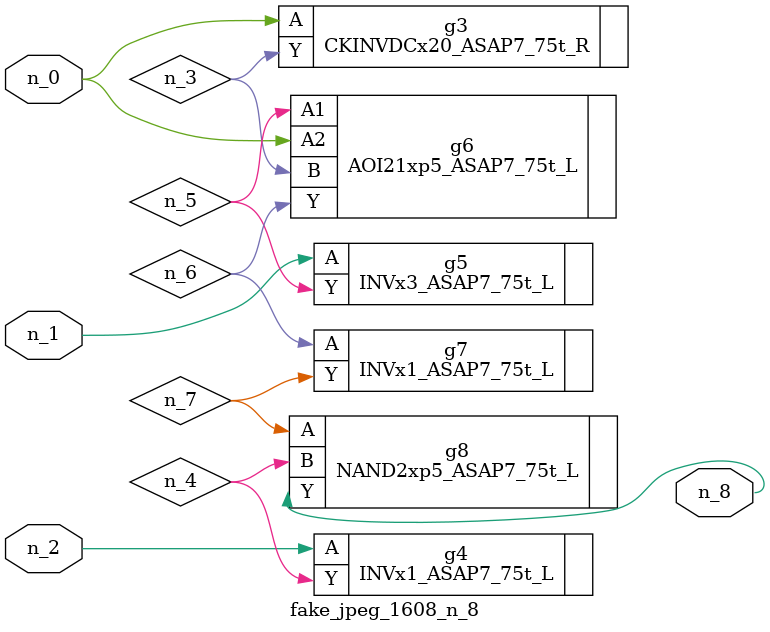
<source format=v>
module fake_jpeg_1608_n_8 (n_0, n_2, n_1, n_8);

input n_0;
input n_2;
input n_1;

output n_8;

wire n_3;
wire n_4;
wire n_6;
wire n_5;
wire n_7;

CKINVDCx20_ASAP7_75t_R g3 ( 
.A(n_0),
.Y(n_3)
);

INVx1_ASAP7_75t_L g4 ( 
.A(n_2),
.Y(n_4)
);

INVx3_ASAP7_75t_L g5 ( 
.A(n_1),
.Y(n_5)
);

AOI21xp5_ASAP7_75t_L g6 ( 
.A1(n_5),
.A2(n_0),
.B(n_3),
.Y(n_6)
);

INVx1_ASAP7_75t_L g7 ( 
.A(n_6),
.Y(n_7)
);

NAND2xp5_ASAP7_75t_L g8 ( 
.A(n_7),
.B(n_4),
.Y(n_8)
);


endmodule
</source>
